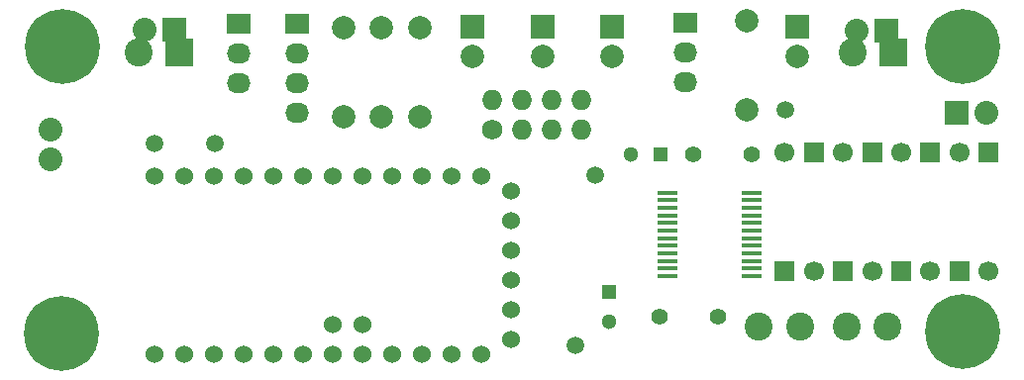
<source format=gbs>
G04 #@! TF.FileFunction,Soldermask,Bot*
%FSLAX46Y46*%
G04 Gerber Fmt 4.6, Leading zero omitted, Abs format (unit mm)*
G04 Created by KiCad (PCBNEW 4.0.5) date Thursday, March 02, 2017 'AMt' 11:59:14 AM*
%MOMM*%
%LPD*%
G01*
G04 APERTURE LIST*
%ADD10C,0.100000*%
%ADD11C,1.524000*%
%ADD12C,6.400000*%
%ADD13C,1.727200*%
%ADD14O,1.727200X1.727200*%
%ADD15C,2.000000*%
%ADD16R,2.000000X2.000000*%
%ADD17C,1.400000*%
%ADD18R,1.300000X1.300000*%
%ADD19C,1.300000*%
%ADD20C,2.400000*%
%ADD21C,1.699260*%
%ADD22R,1.699260X1.699260*%
%ADD23R,2.400000X2.400000*%
%ADD24R,2.032000X1.727200*%
%ADD25O,2.032000X1.727200*%
%ADD26R,1.750000X0.450000*%
%ADD27C,2.032000*%
%ADD28O,2.032000X2.032000*%
%ADD29R,2.032000X2.032000*%
%ADD30C,1.998980*%
%ADD31C,1.500000*%
G04 APERTURE END LIST*
D10*
D11*
X111847200Y-130360800D03*
X114387200Y-130360800D03*
X116927200Y-130360800D03*
X119467200Y-130360800D03*
X122007200Y-130360800D03*
X124547200Y-130360800D03*
X127087200Y-130360800D03*
X129627200Y-130360800D03*
X132167200Y-130360800D03*
X134707200Y-130360800D03*
X137247200Y-130360800D03*
X139787200Y-130360800D03*
X127087200Y-127820800D03*
X129627200Y-127820800D03*
X111847200Y-115120800D03*
X114387200Y-115120800D03*
X116927200Y-115120800D03*
X119467200Y-115120800D03*
X122007200Y-115120800D03*
X124547200Y-115120800D03*
X127087200Y-115120800D03*
X129627200Y-115120800D03*
X132167200Y-115120800D03*
X134707200Y-115120800D03*
X137247200Y-115120800D03*
X139787200Y-115120800D03*
X142327200Y-116390800D03*
X142327200Y-118930800D03*
X142327200Y-121470800D03*
X142327200Y-124010800D03*
X142327200Y-126550800D03*
X142327200Y-129090800D03*
D12*
X103997200Y-103990800D03*
D13*
X140677200Y-111120800D03*
D14*
X140677200Y-108580800D03*
X143217200Y-111120800D03*
X143217200Y-108580800D03*
X145757200Y-111120800D03*
X145757200Y-108580800D03*
X148297200Y-111120800D03*
X148297200Y-108580800D03*
D15*
X139027200Y-104860800D03*
D16*
X139027200Y-102320800D03*
D17*
X157907200Y-113260800D03*
X162907200Y-113260800D03*
D18*
X150740000Y-125000000D03*
D19*
X150740000Y-127500000D03*
D15*
X166747200Y-104860800D03*
D16*
X166747200Y-102320800D03*
D18*
X155077200Y-113260800D03*
D19*
X152577200Y-113260800D03*
D20*
X174517200Y-127990800D03*
X171017200Y-127990800D03*
D17*
X154987200Y-127100800D03*
X159987200Y-127100800D03*
D21*
X183122540Y-123240520D03*
D22*
X183122540Y-113080520D03*
D21*
X180657460Y-113059480D03*
D22*
X180657460Y-123219480D03*
D21*
X178102540Y-123240520D03*
D22*
X178102540Y-113080520D03*
D21*
X175667460Y-113059480D03*
D22*
X175667460Y-123219480D03*
D21*
X173192540Y-123240520D03*
D22*
X173192540Y-113080520D03*
D21*
X170664660Y-113070280D03*
D22*
X170664660Y-123230280D03*
D21*
X168189740Y-123251320D03*
D22*
X168189740Y-113091320D03*
D21*
X165664660Y-113070280D03*
D22*
X165664660Y-123230280D03*
D20*
X110477200Y-104470800D03*
D23*
X113977200Y-104470800D03*
D20*
X167007200Y-127990800D03*
X163507200Y-127990800D03*
X171537200Y-104470800D03*
D23*
X175037200Y-104470800D03*
D24*
X124017200Y-102010800D03*
D25*
X124017200Y-104550800D03*
X124017200Y-107090800D03*
X124017200Y-109630800D03*
D24*
X119017200Y-102010800D03*
D25*
X119017200Y-104550800D03*
X119017200Y-107090800D03*
D24*
X157257200Y-102000800D03*
D25*
X157257200Y-104540800D03*
X157257200Y-107080800D03*
D26*
X162897200Y-116485800D03*
X162897200Y-117135800D03*
X162897200Y-117785800D03*
X162897200Y-118435800D03*
X162897200Y-119085800D03*
X162897200Y-119735800D03*
X162897200Y-120385800D03*
X162897200Y-121035800D03*
X162897200Y-121685800D03*
X162897200Y-122335800D03*
X162897200Y-122985800D03*
X162897200Y-123635800D03*
X155697200Y-123635800D03*
X155697200Y-122985800D03*
X155697200Y-122335800D03*
X155697200Y-121685800D03*
X155697200Y-121035800D03*
X155697200Y-120385800D03*
X155697200Y-119735800D03*
X155697200Y-119085800D03*
X155697200Y-118435800D03*
X155697200Y-117785800D03*
X155697200Y-117135800D03*
X155697200Y-116485800D03*
D12*
X103917200Y-128550800D03*
X180897200Y-128390800D03*
X180897200Y-103990800D03*
D27*
X102947200Y-111080800D03*
D28*
X102947200Y-113620800D03*
D29*
X180417200Y-109640800D03*
D28*
X182957200Y-109640800D03*
D15*
X145007200Y-104860800D03*
D16*
X145007200Y-102320800D03*
D15*
X150987200Y-104860800D03*
D16*
X150987200Y-102320800D03*
D30*
X134497200Y-109990800D03*
X134497200Y-102370800D03*
X131257200Y-109990800D03*
X131257200Y-102370800D03*
X128017200Y-109990800D03*
X128017200Y-102370800D03*
X162497200Y-109440800D03*
X162497200Y-101820800D03*
D29*
X113560000Y-102560000D03*
D28*
X111020000Y-102560000D03*
D29*
X174430000Y-102640000D03*
D28*
X171890000Y-102640000D03*
D31*
X111850000Y-112260000D03*
X165740000Y-109410000D03*
X116970000Y-112260000D03*
X147840000Y-129570000D03*
X149500000Y-114990000D03*
M02*

</source>
